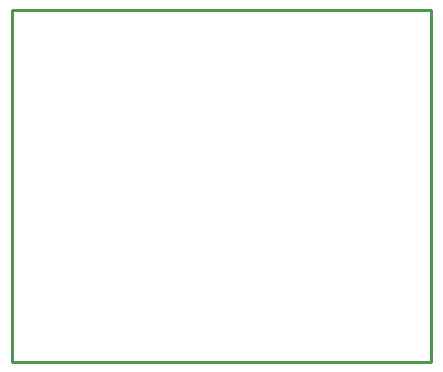
<source format=gko>
G04*
G04 #@! TF.GenerationSoftware,Altium Limited,Altium Designer,23.7.1 (13)*
G04*
G04 Layer_Color=16711935*
%FSLAX25Y25*%
%MOIN*%
G70*
G04*
G04 #@! TF.SameCoordinates,2AD03240-4C21-4CDD-82D0-605F0999EC7E*
G04*
G04*
G04 #@! TF.FilePolarity,Positive*
G04*
G01*
G75*
%ADD36C,0.01000*%
D36*
X139764D01*
Y117126D01*
X0D02*
X139764D01*
X0Y0D02*
Y117126D01*
M02*

</source>
